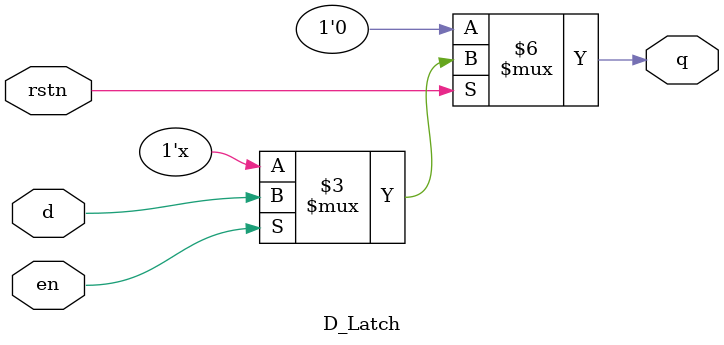
<source format=v>
module D_Latch (  input d,           // 1-bit input pin for data  
                  input en,          // 1-bit input pin for enabling the latch  
                  input rstn,        // 1-bit input pin for active-low reset  
                  output reg q);   // 1-bit output pin for data output  
   
  
   always @ (en or rstn or d)  
      if (rstn==0)  
         q <= 0;  
      else  
         if (en)  
            q <= d;  
endmodule  

</source>
